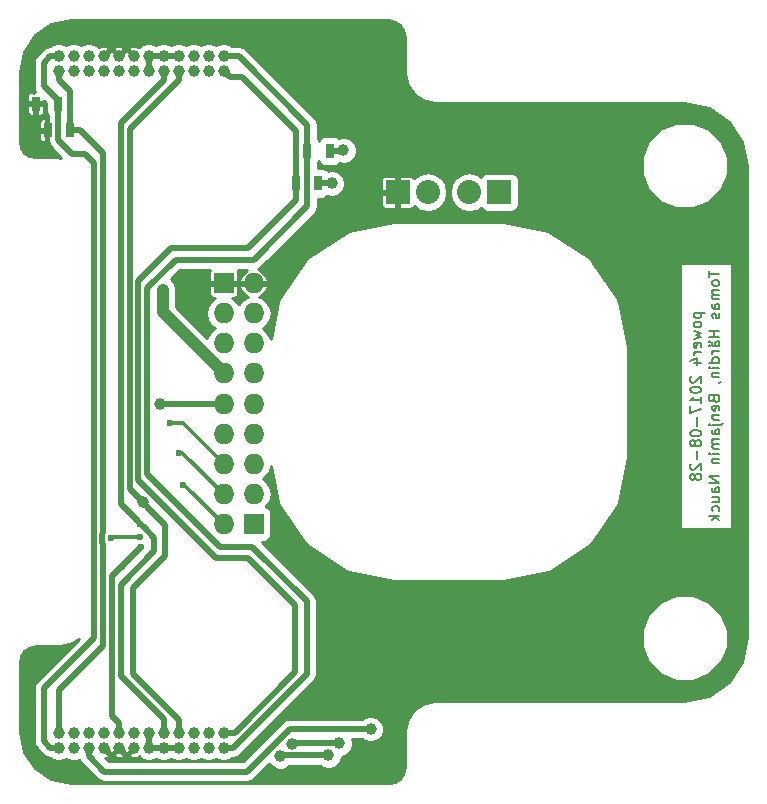
<source format=gbl>
G04 #@! TF.FileFunction,Copper,L2,Bot,Signal*
%FSLAX46Y46*%
G04 Gerber Fmt 4.6, Leading zero omitted, Abs format (unit mm)*
G04 Created by KiCad (PCBNEW 4.0.6+dfsg1-1) date Mon Aug 28 12:32:08 2017*
%MOMM*%
%LPD*%
G01*
G04 APERTURE LIST*
%ADD10C,0.100000*%
%ADD11C,0.200000*%
%ADD12R,1.727200X1.727200*%
%ADD13O,1.727200X1.727200*%
%ADD14R,2.032000X2.032000*%
%ADD15O,2.032000X2.032000*%
%ADD16C,1.000000*%
%ADD17R,0.700000X1.300000*%
%ADD18C,0.600000*%
%ADD19C,0.500000*%
%ADD20C,1.000000*%
%ADD21C,0.300000*%
%ADD22C,0.254000*%
G04 APERTURE END LIST*
D10*
D11*
X120782143Y-92449999D02*
X121682143Y-92449999D01*
X120825000Y-92449999D02*
X120782143Y-92535713D01*
X120782143Y-92707142D01*
X120825000Y-92792856D01*
X120867857Y-92835713D01*
X120953571Y-92878570D01*
X121210714Y-92878570D01*
X121296429Y-92835713D01*
X121339286Y-92792856D01*
X121382143Y-92707142D01*
X121382143Y-92535713D01*
X121339286Y-92449999D01*
X121382143Y-93392856D02*
X121339286Y-93307142D01*
X121296429Y-93264285D01*
X121210714Y-93221428D01*
X120953571Y-93221428D01*
X120867857Y-93264285D01*
X120825000Y-93307142D01*
X120782143Y-93392856D01*
X120782143Y-93521428D01*
X120825000Y-93607142D01*
X120867857Y-93649999D01*
X120953571Y-93692856D01*
X121210714Y-93692856D01*
X121296429Y-93649999D01*
X121339286Y-93607142D01*
X121382143Y-93521428D01*
X121382143Y-93392856D01*
X120782143Y-93992856D02*
X121382143Y-94164285D01*
X120953571Y-94335714D01*
X121382143Y-94507142D01*
X120782143Y-94678571D01*
X121339286Y-95364285D02*
X121382143Y-95278571D01*
X121382143Y-95107142D01*
X121339286Y-95021428D01*
X121253571Y-94978571D01*
X120910714Y-94978571D01*
X120825000Y-95021428D01*
X120782143Y-95107142D01*
X120782143Y-95278571D01*
X120825000Y-95364285D01*
X120910714Y-95407142D01*
X120996429Y-95407142D01*
X121082143Y-94978571D01*
X121382143Y-95792857D02*
X120782143Y-95792857D01*
X120953571Y-95792857D02*
X120867857Y-95835714D01*
X120825000Y-95878571D01*
X120782143Y-95964285D01*
X120782143Y-96050000D01*
X120782143Y-96735714D02*
X121382143Y-96735714D01*
X120439286Y-96521428D02*
X121082143Y-96307143D01*
X121082143Y-96864285D01*
X120567857Y-97850000D02*
X120525000Y-97892857D01*
X120482143Y-97978571D01*
X120482143Y-98192857D01*
X120525000Y-98278571D01*
X120567857Y-98321428D01*
X120653571Y-98364285D01*
X120739286Y-98364285D01*
X120867857Y-98321428D01*
X121382143Y-97807142D01*
X121382143Y-98364285D01*
X120482143Y-98921428D02*
X120482143Y-99007143D01*
X120525000Y-99092857D01*
X120567857Y-99135714D01*
X120653571Y-99178571D01*
X120825000Y-99221428D01*
X121039286Y-99221428D01*
X121210714Y-99178571D01*
X121296429Y-99135714D01*
X121339286Y-99092857D01*
X121382143Y-99007143D01*
X121382143Y-98921428D01*
X121339286Y-98835714D01*
X121296429Y-98792857D01*
X121210714Y-98750000D01*
X121039286Y-98707143D01*
X120825000Y-98707143D01*
X120653571Y-98750000D01*
X120567857Y-98792857D01*
X120525000Y-98835714D01*
X120482143Y-98921428D01*
X121382143Y-100078571D02*
X121382143Y-99564286D01*
X121382143Y-99821428D02*
X120482143Y-99821428D01*
X120610714Y-99735714D01*
X120696429Y-99650000D01*
X120739286Y-99564286D01*
X120482143Y-100378571D02*
X120482143Y-100978571D01*
X121382143Y-100592857D01*
X121039286Y-101321429D02*
X121039286Y-102007143D01*
X120482143Y-102607143D02*
X120482143Y-102692858D01*
X120525000Y-102778572D01*
X120567857Y-102821429D01*
X120653571Y-102864286D01*
X120825000Y-102907143D01*
X121039286Y-102907143D01*
X121210714Y-102864286D01*
X121296429Y-102821429D01*
X121339286Y-102778572D01*
X121382143Y-102692858D01*
X121382143Y-102607143D01*
X121339286Y-102521429D01*
X121296429Y-102478572D01*
X121210714Y-102435715D01*
X121039286Y-102392858D01*
X120825000Y-102392858D01*
X120653571Y-102435715D01*
X120567857Y-102478572D01*
X120525000Y-102521429D01*
X120482143Y-102607143D01*
X120867857Y-103421429D02*
X120825000Y-103335715D01*
X120782143Y-103292858D01*
X120696429Y-103250001D01*
X120653571Y-103250001D01*
X120567857Y-103292858D01*
X120525000Y-103335715D01*
X120482143Y-103421429D01*
X120482143Y-103592858D01*
X120525000Y-103678572D01*
X120567857Y-103721429D01*
X120653571Y-103764286D01*
X120696429Y-103764286D01*
X120782143Y-103721429D01*
X120825000Y-103678572D01*
X120867857Y-103592858D01*
X120867857Y-103421429D01*
X120910714Y-103335715D01*
X120953571Y-103292858D01*
X121039286Y-103250001D01*
X121210714Y-103250001D01*
X121296429Y-103292858D01*
X121339286Y-103335715D01*
X121382143Y-103421429D01*
X121382143Y-103592858D01*
X121339286Y-103678572D01*
X121296429Y-103721429D01*
X121210714Y-103764286D01*
X121039286Y-103764286D01*
X120953571Y-103721429D01*
X120910714Y-103678572D01*
X120867857Y-103592858D01*
X121039286Y-104150001D02*
X121039286Y-104835715D01*
X120567857Y-105221430D02*
X120525000Y-105264287D01*
X120482143Y-105350001D01*
X120482143Y-105564287D01*
X120525000Y-105650001D01*
X120567857Y-105692858D01*
X120653571Y-105735715D01*
X120739286Y-105735715D01*
X120867857Y-105692858D01*
X121382143Y-105178572D01*
X121382143Y-105735715D01*
X120867857Y-106250001D02*
X120825000Y-106164287D01*
X120782143Y-106121430D01*
X120696429Y-106078573D01*
X120653571Y-106078573D01*
X120567857Y-106121430D01*
X120525000Y-106164287D01*
X120482143Y-106250001D01*
X120482143Y-106421430D01*
X120525000Y-106507144D01*
X120567857Y-106550001D01*
X120653571Y-106592858D01*
X120696429Y-106592858D01*
X120782143Y-106550001D01*
X120825000Y-106507144D01*
X120867857Y-106421430D01*
X120867857Y-106250001D01*
X120910714Y-106164287D01*
X120953571Y-106121430D01*
X121039286Y-106078573D01*
X121210714Y-106078573D01*
X121296429Y-106121430D01*
X121339286Y-106164287D01*
X121382143Y-106250001D01*
X121382143Y-106421430D01*
X121339286Y-106507144D01*
X121296429Y-106550001D01*
X121210714Y-106592858D01*
X121039286Y-106592858D01*
X120953571Y-106550001D01*
X120910714Y-106507144D01*
X120867857Y-106421430D01*
X122032143Y-88914286D02*
X122032143Y-89428572D01*
X122932143Y-89171429D02*
X122032143Y-89171429D01*
X122932143Y-89857143D02*
X122889286Y-89771429D01*
X122846429Y-89728572D01*
X122760714Y-89685715D01*
X122503571Y-89685715D01*
X122417857Y-89728572D01*
X122375000Y-89771429D01*
X122332143Y-89857143D01*
X122332143Y-89985715D01*
X122375000Y-90071429D01*
X122417857Y-90114286D01*
X122503571Y-90157143D01*
X122760714Y-90157143D01*
X122846429Y-90114286D01*
X122889286Y-90071429D01*
X122932143Y-89985715D01*
X122932143Y-89857143D01*
X122932143Y-90542858D02*
X122332143Y-90542858D01*
X122417857Y-90542858D02*
X122375000Y-90585715D01*
X122332143Y-90671429D01*
X122332143Y-90800001D01*
X122375000Y-90885715D01*
X122460714Y-90928572D01*
X122932143Y-90928572D01*
X122460714Y-90928572D02*
X122375000Y-90971429D01*
X122332143Y-91057143D01*
X122332143Y-91185715D01*
X122375000Y-91271429D01*
X122460714Y-91314286D01*
X122932143Y-91314286D01*
X122932143Y-92128572D02*
X122460714Y-92128572D01*
X122375000Y-92085715D01*
X122332143Y-92000001D01*
X122332143Y-91828572D01*
X122375000Y-91742858D01*
X122889286Y-92128572D02*
X122932143Y-92042858D01*
X122932143Y-91828572D01*
X122889286Y-91742858D01*
X122803571Y-91700001D01*
X122717857Y-91700001D01*
X122632143Y-91742858D01*
X122589286Y-91828572D01*
X122589286Y-92042858D01*
X122546429Y-92128572D01*
X122889286Y-92514287D02*
X122932143Y-92600001D01*
X122932143Y-92771429D01*
X122889286Y-92857144D01*
X122803571Y-92900001D01*
X122760714Y-92900001D01*
X122675000Y-92857144D01*
X122632143Y-92771429D01*
X122632143Y-92642858D01*
X122589286Y-92557144D01*
X122503571Y-92514287D01*
X122460714Y-92514287D01*
X122375000Y-92557144D01*
X122332143Y-92642858D01*
X122332143Y-92771429D01*
X122375000Y-92857144D01*
X122932143Y-93971429D02*
X122032143Y-93971429D01*
X122460714Y-93971429D02*
X122460714Y-94485714D01*
X122932143Y-94485714D02*
X122032143Y-94485714D01*
X122932143Y-95300000D02*
X122460714Y-95300000D01*
X122375000Y-95257143D01*
X122332143Y-95171429D01*
X122332143Y-95000000D01*
X122375000Y-94914286D01*
X122889286Y-95300000D02*
X122932143Y-95214286D01*
X122932143Y-95000000D01*
X122889286Y-94914286D01*
X122803571Y-94871429D01*
X122717857Y-94871429D01*
X122632143Y-94914286D01*
X122589286Y-95000000D01*
X122589286Y-95214286D01*
X122546429Y-95300000D01*
X122032143Y-94914286D02*
X122075000Y-94957143D01*
X122117857Y-94914286D01*
X122075000Y-94871429D01*
X122032143Y-94914286D01*
X122117857Y-94914286D01*
X122032143Y-95257143D02*
X122075000Y-95300000D01*
X122117857Y-95257143D01*
X122075000Y-95214286D01*
X122032143Y-95257143D01*
X122117857Y-95257143D01*
X122932143Y-95728572D02*
X122332143Y-95728572D01*
X122503571Y-95728572D02*
X122417857Y-95771429D01*
X122375000Y-95814286D01*
X122332143Y-95900000D01*
X122332143Y-95985715D01*
X122932143Y-96671429D02*
X122032143Y-96671429D01*
X122889286Y-96671429D02*
X122932143Y-96585715D01*
X122932143Y-96414286D01*
X122889286Y-96328572D01*
X122846429Y-96285715D01*
X122760714Y-96242858D01*
X122503571Y-96242858D01*
X122417857Y-96285715D01*
X122375000Y-96328572D01*
X122332143Y-96414286D01*
X122332143Y-96585715D01*
X122375000Y-96671429D01*
X122932143Y-97100001D02*
X122332143Y-97100001D01*
X122032143Y-97100001D02*
X122075000Y-97057144D01*
X122117857Y-97100001D01*
X122075000Y-97142858D01*
X122032143Y-97100001D01*
X122117857Y-97100001D01*
X122332143Y-97528572D02*
X122932143Y-97528572D01*
X122417857Y-97528572D02*
X122375000Y-97571429D01*
X122332143Y-97657143D01*
X122332143Y-97785715D01*
X122375000Y-97871429D01*
X122460714Y-97914286D01*
X122932143Y-97914286D01*
X122889286Y-98385715D02*
X122932143Y-98385715D01*
X123017857Y-98342858D01*
X123060714Y-98300001D01*
X122460714Y-99757143D02*
X122503571Y-99885714D01*
X122546429Y-99928571D01*
X122632143Y-99971428D01*
X122760714Y-99971428D01*
X122846429Y-99928571D01*
X122889286Y-99885714D01*
X122932143Y-99800000D01*
X122932143Y-99457143D01*
X122032143Y-99457143D01*
X122032143Y-99757143D01*
X122075000Y-99842857D01*
X122117857Y-99885714D01*
X122203571Y-99928571D01*
X122289286Y-99928571D01*
X122375000Y-99885714D01*
X122417857Y-99842857D01*
X122460714Y-99757143D01*
X122460714Y-99457143D01*
X122889286Y-100700000D02*
X122932143Y-100614286D01*
X122932143Y-100442857D01*
X122889286Y-100357143D01*
X122803571Y-100314286D01*
X122460714Y-100314286D01*
X122375000Y-100357143D01*
X122332143Y-100442857D01*
X122332143Y-100614286D01*
X122375000Y-100700000D01*
X122460714Y-100742857D01*
X122546429Y-100742857D01*
X122632143Y-100314286D01*
X122332143Y-101128572D02*
X122932143Y-101128572D01*
X122417857Y-101128572D02*
X122375000Y-101171429D01*
X122332143Y-101257143D01*
X122332143Y-101385715D01*
X122375000Y-101471429D01*
X122460714Y-101514286D01*
X122932143Y-101514286D01*
X122332143Y-101942858D02*
X123103571Y-101942858D01*
X123189286Y-101900001D01*
X123232143Y-101814286D01*
X123232143Y-101771429D01*
X122032143Y-101942858D02*
X122075000Y-101900001D01*
X122117857Y-101942858D01*
X122075000Y-101985715D01*
X122032143Y-101942858D01*
X122117857Y-101942858D01*
X122932143Y-102757143D02*
X122460714Y-102757143D01*
X122375000Y-102714286D01*
X122332143Y-102628572D01*
X122332143Y-102457143D01*
X122375000Y-102371429D01*
X122889286Y-102757143D02*
X122932143Y-102671429D01*
X122932143Y-102457143D01*
X122889286Y-102371429D01*
X122803571Y-102328572D01*
X122717857Y-102328572D01*
X122632143Y-102371429D01*
X122589286Y-102457143D01*
X122589286Y-102671429D01*
X122546429Y-102757143D01*
X122932143Y-103185715D02*
X122332143Y-103185715D01*
X122417857Y-103185715D02*
X122375000Y-103228572D01*
X122332143Y-103314286D01*
X122332143Y-103442858D01*
X122375000Y-103528572D01*
X122460714Y-103571429D01*
X122932143Y-103571429D01*
X122460714Y-103571429D02*
X122375000Y-103614286D01*
X122332143Y-103700000D01*
X122332143Y-103828572D01*
X122375000Y-103914286D01*
X122460714Y-103957143D01*
X122932143Y-103957143D01*
X122932143Y-104385715D02*
X122332143Y-104385715D01*
X122032143Y-104385715D02*
X122075000Y-104342858D01*
X122117857Y-104385715D01*
X122075000Y-104428572D01*
X122032143Y-104385715D01*
X122117857Y-104385715D01*
X122332143Y-104814286D02*
X122932143Y-104814286D01*
X122417857Y-104814286D02*
X122375000Y-104857143D01*
X122332143Y-104942857D01*
X122332143Y-105071429D01*
X122375000Y-105157143D01*
X122460714Y-105200000D01*
X122932143Y-105200000D01*
X122932143Y-106314286D02*
X122032143Y-106314286D01*
X122932143Y-106828571D01*
X122032143Y-106828571D01*
X122932143Y-107642857D02*
X122460714Y-107642857D01*
X122375000Y-107600000D01*
X122332143Y-107514286D01*
X122332143Y-107342857D01*
X122375000Y-107257143D01*
X122889286Y-107642857D02*
X122932143Y-107557143D01*
X122932143Y-107342857D01*
X122889286Y-107257143D01*
X122803571Y-107214286D01*
X122717857Y-107214286D01*
X122632143Y-107257143D01*
X122589286Y-107342857D01*
X122589286Y-107557143D01*
X122546429Y-107642857D01*
X122332143Y-108457143D02*
X122932143Y-108457143D01*
X122332143Y-108071429D02*
X122803571Y-108071429D01*
X122889286Y-108114286D01*
X122932143Y-108200000D01*
X122932143Y-108328572D01*
X122889286Y-108414286D01*
X122846429Y-108457143D01*
X122889286Y-109271429D02*
X122932143Y-109185715D01*
X122932143Y-109014286D01*
X122889286Y-108928572D01*
X122846429Y-108885715D01*
X122760714Y-108842858D01*
X122503571Y-108842858D01*
X122417857Y-108885715D01*
X122375000Y-108928572D01*
X122332143Y-109014286D01*
X122332143Y-109185715D01*
X122375000Y-109271429D01*
X122932143Y-109657144D02*
X122032143Y-109657144D01*
X122589286Y-109742858D02*
X122932143Y-110000001D01*
X122332143Y-110000001D02*
X122675000Y-109657144D01*
D12*
X80960000Y-89960000D03*
D13*
X83500000Y-89960000D03*
X80960000Y-92500000D03*
X83500000Y-92500000D03*
X80960000Y-95040000D03*
X83500000Y-95040000D03*
X80960000Y-97580000D03*
X83500000Y-97580000D03*
D12*
X83500000Y-110330000D03*
D13*
X80960000Y-110330000D03*
X83500000Y-107790000D03*
X80960000Y-107790000D03*
X83500000Y-105250000D03*
X80960000Y-105250000D03*
X83500000Y-102710000D03*
X80960000Y-102710000D03*
X83500000Y-100170000D03*
X80960000Y-100170000D03*
D14*
X104290000Y-82250000D03*
D15*
X101750000Y-82250000D03*
D14*
X95710000Y-82250000D03*
D15*
X98250000Y-82250000D03*
D16*
X67000000Y-72000000D03*
X67000000Y-70730000D03*
X68270000Y-72000000D03*
X68270000Y-70730000D03*
X69540000Y-72000000D03*
X69540000Y-70730000D03*
X70810000Y-72000000D03*
X70810000Y-70730000D03*
X72080000Y-72000000D03*
X72080000Y-70730000D03*
X73350000Y-72000000D03*
X73350000Y-70730000D03*
X74620000Y-72000000D03*
X74620000Y-70730000D03*
X75890000Y-72000000D03*
X75890000Y-70730000D03*
X77160000Y-72000000D03*
X77160000Y-70730000D03*
X78430000Y-72000000D03*
X78430000Y-70730000D03*
X79700000Y-72000000D03*
X79700000Y-70730000D03*
X80970000Y-72000000D03*
X80970000Y-70730000D03*
X80970000Y-128000000D03*
X80970000Y-129270000D03*
X79700000Y-128000000D03*
X79700000Y-129270000D03*
X78430000Y-128000000D03*
X78430000Y-129270000D03*
X77160000Y-128000000D03*
X77160000Y-129270000D03*
X75890000Y-128000000D03*
X75890000Y-129270000D03*
X74620000Y-128000000D03*
X74620000Y-129270000D03*
X73350000Y-128000000D03*
X73350000Y-129270000D03*
X72080000Y-128000000D03*
X72080000Y-129270000D03*
X70810000Y-128000000D03*
X70810000Y-129270000D03*
X69540000Y-128000000D03*
X69540000Y-129270000D03*
X68270000Y-128000000D03*
X68270000Y-129270000D03*
X67000000Y-128000000D03*
X67000000Y-129270000D03*
D17*
X88050000Y-78750000D03*
X89950000Y-78750000D03*
X87050000Y-81500000D03*
X88950000Y-81500000D03*
X65050000Y-74750000D03*
X66950000Y-74750000D03*
X66050000Y-77000000D03*
X67950000Y-77000000D03*
D16*
X85750002Y-130000000D03*
X86750000Y-129000000D03*
X89828246Y-129928236D03*
X90749990Y-128900000D03*
X91100000Y-78700000D03*
X90100000Y-81500000D03*
X75800000Y-90500000D03*
D18*
X73900011Y-110300000D03*
X76400000Y-101800000D03*
D16*
X93400000Y-127700000D03*
D18*
X72350000Y-113950000D03*
X73950002Y-112300000D03*
X77500000Y-107000000D03*
X71400000Y-111550000D03*
X73900000Y-111400004D03*
X77199998Y-104300000D03*
D16*
X74100011Y-108500000D03*
X75600000Y-100200000D03*
D19*
X85821766Y-129928236D02*
X85750002Y-130000000D01*
X89828246Y-129928236D02*
X85821766Y-129928236D01*
X86850000Y-128900000D02*
X86750000Y-129000000D01*
X90749990Y-128900000D02*
X86850000Y-128900000D01*
X89950000Y-78750000D02*
X91050000Y-78750000D01*
X91050000Y-78750000D02*
X91100000Y-78700000D01*
X88950000Y-81500000D02*
X90100000Y-81500000D01*
X75890000Y-129270000D02*
X77160000Y-129270000D01*
X74620000Y-129270000D02*
X75890000Y-129270000D01*
X74620000Y-128000000D02*
X74620000Y-129270000D01*
X75890000Y-70730000D02*
X77160000Y-70730000D01*
X74620000Y-70730000D02*
X75890000Y-70730000D01*
X74620000Y-72000000D02*
X74620000Y-70730000D01*
D20*
X80960000Y-97580000D02*
X75800000Y-92420000D01*
X75800000Y-92420000D02*
X75800000Y-90500000D01*
D19*
X75890000Y-128000000D02*
X75890000Y-126890000D01*
X75890000Y-126890000D02*
X72250000Y-123250000D01*
X72250000Y-123250000D02*
X72250000Y-115500000D01*
X72250000Y-115500000D02*
X75100000Y-112650000D01*
X75100000Y-112650000D02*
X75100000Y-111499989D01*
X75100000Y-111499989D02*
X74200010Y-110599999D01*
X74200010Y-110599999D02*
X73900011Y-110300000D01*
X72250000Y-108649989D02*
X73600012Y-110000001D01*
X75890000Y-72000000D02*
X75890000Y-72707106D01*
X75890000Y-72707106D02*
X72250000Y-76347106D01*
X72250000Y-76347106D02*
X72250000Y-108649989D01*
X73600012Y-110000001D02*
X73900011Y-110300000D01*
D21*
X80960000Y-105250000D02*
X77510000Y-101800000D01*
X77510000Y-101800000D02*
X76824264Y-101800000D01*
X76824264Y-101800000D02*
X76400000Y-101800000D01*
D19*
X93400000Y-127700000D02*
X86550000Y-127700000D01*
X86550000Y-127700000D02*
X82950000Y-131300000D01*
X82950000Y-131300000D02*
X70862894Y-131300000D01*
X70862894Y-131300000D02*
X69540000Y-129977106D01*
X69540000Y-129977106D02*
X69540000Y-129270000D01*
X93300000Y-127700000D02*
X93400000Y-127700000D01*
X73650003Y-112599999D02*
X73950002Y-112300000D01*
X71500000Y-126600000D02*
X71500000Y-114750002D01*
X72080000Y-128000000D02*
X72080000Y-127180000D01*
X72080000Y-127180000D02*
X71500000Y-126600000D01*
X71500000Y-114750002D02*
X73650003Y-112599999D01*
D21*
X80960000Y-110330000D02*
X77630000Y-107000000D01*
X77630000Y-107000000D02*
X77500000Y-107000000D01*
X71549996Y-111400004D02*
X71400000Y-111550000D01*
X73900000Y-111400004D02*
X71549996Y-111400004D01*
X80960000Y-107790000D02*
X77470000Y-104300000D01*
X77470000Y-104300000D02*
X77199998Y-104300000D01*
D19*
X77160000Y-128000000D02*
X77160000Y-126910000D01*
X77160000Y-126910000D02*
X73300000Y-123050000D01*
X76000000Y-110399989D02*
X74600010Y-108999999D01*
X73300000Y-123050000D02*
X73300000Y-115750000D01*
X73300000Y-115750000D02*
X76000000Y-113050000D01*
X76000000Y-113050000D02*
X76000000Y-110399989D01*
X74600010Y-108999999D02*
X74100011Y-108500000D01*
X73000000Y-76867106D02*
X73000000Y-107399989D01*
X73000000Y-107399989D02*
X73600012Y-108000001D01*
X77160000Y-72707106D02*
X73000000Y-76867106D01*
X77160000Y-72000000D02*
X77160000Y-72707106D01*
X73600012Y-108000001D02*
X74100011Y-108500000D01*
X80960000Y-100170000D02*
X75630000Y-100170000D01*
X75630000Y-100170000D02*
X75600000Y-100200000D01*
X70750000Y-112010002D02*
X70750000Y-120650000D01*
X67000000Y-127292894D02*
X67000000Y-128000000D01*
X70649999Y-111189999D02*
X70649999Y-111910001D01*
X70750000Y-78950000D02*
X70750000Y-111089998D01*
X70750000Y-111089998D02*
X70649999Y-111189999D01*
X68800000Y-77000000D02*
X70750000Y-78950000D01*
X67950000Y-77000000D02*
X68800000Y-77000000D01*
X70750000Y-120650000D02*
X67000000Y-124400000D01*
X67000000Y-124400000D02*
X67000000Y-127292894D01*
X70649999Y-111910001D02*
X70750000Y-112010002D01*
X67000000Y-72707106D02*
X67950000Y-73657106D01*
X67950000Y-73657106D02*
X67950000Y-77000000D01*
X67000000Y-72000000D02*
X67000000Y-72707106D01*
X87050000Y-81500000D02*
X87050000Y-82950000D01*
X83000000Y-87000000D02*
X76500000Y-87000000D01*
X87000000Y-117200000D02*
X87000000Y-122900000D01*
X87050000Y-82950000D02*
X83000000Y-87000000D01*
X76500000Y-87000000D02*
X73750000Y-89750000D01*
X73750000Y-89750000D02*
X73750000Y-106650000D01*
X80350000Y-113250000D02*
X83050000Y-113250000D01*
X73750000Y-106650000D02*
X80350000Y-113250000D01*
X83050000Y-113250000D02*
X87000000Y-117200000D01*
X87000000Y-122900000D02*
X81900000Y-128000000D01*
X81900000Y-128000000D02*
X80970000Y-128000000D01*
X80970000Y-72000000D02*
X81469999Y-72499999D01*
X81469999Y-72499999D02*
X82499999Y-72499999D01*
X82499999Y-72499999D02*
X87050000Y-77050000D01*
X87050000Y-77050000D02*
X87050000Y-81500000D01*
X66292894Y-129270000D02*
X67000000Y-129270000D01*
X69949988Y-110900045D02*
X69949988Y-112199955D01*
X65750000Y-128727106D02*
X66292894Y-129270000D01*
X65750000Y-124250000D02*
X65750000Y-128727106D01*
X70000000Y-120000000D02*
X65750000Y-124250000D01*
X70000000Y-79750000D02*
X70000000Y-110850033D01*
X70000000Y-112249967D02*
X70000000Y-120000000D01*
X69949988Y-112199955D02*
X70000000Y-112249967D01*
X69250000Y-79000000D02*
X70000000Y-79750000D01*
X68139998Y-79000000D02*
X69250000Y-79000000D01*
X66950000Y-74750000D02*
X66950000Y-77810002D01*
X70000000Y-110850033D02*
X69949988Y-110900045D01*
X66950000Y-77810002D02*
X68139998Y-79000000D01*
X67000000Y-70730000D02*
X66292894Y-70730000D01*
X65750000Y-73250000D02*
X66950000Y-74450000D01*
X66292894Y-70730000D02*
X65750000Y-71272894D01*
X65750000Y-71272894D02*
X65750000Y-73250000D01*
X66950000Y-74450000D02*
X66950000Y-74750000D01*
X88050000Y-78750000D02*
X88050000Y-83450000D01*
X81730000Y-129270000D02*
X81677106Y-129270000D01*
X88050000Y-83450000D02*
X83500000Y-88000000D01*
X74500000Y-106100000D02*
X80650000Y-112250000D01*
X80650000Y-112250000D02*
X83350000Y-112250000D01*
X83500000Y-88000000D02*
X76893996Y-88000000D01*
X76893996Y-88000000D02*
X74500000Y-90393996D01*
X74500000Y-90393996D02*
X74500000Y-106100000D01*
X83350000Y-112250000D02*
X88000000Y-116900000D01*
X81677106Y-129270000D02*
X80970000Y-129270000D01*
X88000000Y-116900000D02*
X88000000Y-123000000D01*
X88000000Y-123000000D02*
X81730000Y-129270000D01*
X80970000Y-70730000D02*
X82230000Y-70730000D01*
X82230000Y-70730000D02*
X88050000Y-76550000D01*
X88050000Y-76550000D02*
X88050000Y-78750000D01*
D22*
G36*
X95491460Y-67813510D02*
X95908100Y-68091900D01*
X96186490Y-68508541D01*
X96298000Y-69069139D01*
X96298000Y-72000000D01*
X96311489Y-72067813D01*
X96311489Y-72136953D01*
X96463730Y-72902320D01*
X96485496Y-72954867D01*
X96568549Y-73155377D01*
X97002094Y-73804224D01*
X97195776Y-73997906D01*
X97844623Y-74431451D01*
X98097680Y-74536270D01*
X98863046Y-74688511D01*
X98932187Y-74688511D01*
X99000000Y-74702000D01*
X119930861Y-74702000D01*
X122022194Y-75117992D01*
X123736527Y-76263473D01*
X124882008Y-77977806D01*
X125298000Y-80069139D01*
X125298000Y-119930861D01*
X124882008Y-122022194D01*
X123736527Y-123736527D01*
X122022194Y-124882008D01*
X119930861Y-125298000D01*
X99000000Y-125298000D01*
X98932187Y-125311489D01*
X98863046Y-125311489D01*
X98097680Y-125463730D01*
X97844623Y-125568549D01*
X97195776Y-126002094D01*
X97002094Y-126195776D01*
X96568549Y-126844623D01*
X96521885Y-126957281D01*
X96463730Y-127097680D01*
X96311489Y-127863047D01*
X96311489Y-127932187D01*
X96298000Y-128000000D01*
X96298000Y-130930861D01*
X96186490Y-131491459D01*
X95908100Y-131908100D01*
X95491460Y-132186490D01*
X94930861Y-132298000D01*
X68069139Y-132298000D01*
X66360490Y-131958129D01*
X64970580Y-131029420D01*
X64041871Y-129639509D01*
X63702000Y-127930861D01*
X63702000Y-122069139D01*
X63813510Y-121508540D01*
X64091900Y-121091900D01*
X64508541Y-120813510D01*
X65069139Y-120702000D01*
X67000000Y-120702000D01*
X67067813Y-120688511D01*
X67136953Y-120688511D01*
X67902320Y-120536270D01*
X67998601Y-120496389D01*
X68155377Y-120431451D01*
X68676459Y-120083275D01*
X65129867Y-123629867D01*
X64939758Y-123914387D01*
X64873000Y-124250000D01*
X64873000Y-128727106D01*
X64939758Y-129062719D01*
X65129867Y-129347239D01*
X65672761Y-129890133D01*
X65957281Y-130080242D01*
X66280600Y-130144555D01*
X66360772Y-130224867D01*
X66774842Y-130396804D01*
X67223191Y-130397195D01*
X67635502Y-130226831D01*
X68044842Y-130396804D01*
X68493191Y-130397195D01*
X68727319Y-130300455D01*
X68729758Y-130312719D01*
X68919867Y-130597239D01*
X70242759Y-131920130D01*
X70242761Y-131920133D01*
X70415731Y-132035707D01*
X70527281Y-132110242D01*
X70862894Y-132177001D01*
X70862899Y-132177000D01*
X82950000Y-132177000D01*
X83285613Y-132110242D01*
X83570133Y-131920133D01*
X84823338Y-130666928D01*
X85110774Y-130954867D01*
X85524844Y-131126804D01*
X85973193Y-131127195D01*
X86387562Y-130955981D01*
X86538571Y-130805236D01*
X89111287Y-130805236D01*
X89189018Y-130883103D01*
X89603088Y-131055040D01*
X90051437Y-131055431D01*
X90465806Y-130884217D01*
X90783113Y-130567464D01*
X90955050Y-130153394D01*
X90955160Y-130027179D01*
X90973181Y-130027195D01*
X91387550Y-129855981D01*
X91704857Y-129539228D01*
X91876794Y-129125158D01*
X91877185Y-128676809D01*
X91835945Y-128577000D01*
X92683041Y-128577000D01*
X92760772Y-128654867D01*
X93174842Y-128826804D01*
X93623191Y-128827195D01*
X94037560Y-128655981D01*
X94354867Y-128339228D01*
X94526804Y-127925158D01*
X94527195Y-127476809D01*
X94355981Y-127062440D01*
X94039228Y-126745133D01*
X93625158Y-126573196D01*
X93176809Y-126572805D01*
X92762440Y-126744019D01*
X92683321Y-126823000D01*
X86550005Y-126823000D01*
X86550000Y-126822999D01*
X86214387Y-126889758D01*
X85929867Y-127079867D01*
X82586734Y-130423000D01*
X71226159Y-130423000D01*
X70941255Y-130138096D01*
X71073899Y-130124353D01*
X71227513Y-130060723D01*
X71278660Y-129918265D01*
X71611340Y-129918265D01*
X71662487Y-130060723D01*
X71996864Y-130160308D01*
X72343899Y-130124353D01*
X72497513Y-130060723D01*
X72548660Y-129918265D01*
X72080000Y-129449605D01*
X71611340Y-129918265D01*
X71278660Y-129918265D01*
X70810000Y-129449605D01*
X70795858Y-129463748D01*
X70666944Y-129334834D01*
X70667057Y-129205053D01*
X70745166Y-129126944D01*
X70874947Y-129127057D01*
X71003748Y-129255858D01*
X70989605Y-129270000D01*
X71222427Y-129502822D01*
X71225647Y-129533899D01*
X71289277Y-129687513D01*
X71431735Y-129738660D01*
X71445000Y-129725395D01*
X71458265Y-129738660D01*
X71600723Y-129687513D01*
X71650704Y-129519691D01*
X71900395Y-129270000D01*
X71886253Y-129255858D01*
X72015166Y-129126944D01*
X72144947Y-129127057D01*
X72273748Y-129255858D01*
X72259605Y-129270000D01*
X72492427Y-129502822D01*
X72495647Y-129533899D01*
X72559277Y-129687513D01*
X72701735Y-129738660D01*
X72715000Y-129725395D01*
X72728265Y-129738660D01*
X72870723Y-129687513D01*
X72920704Y-129519691D01*
X73170395Y-129270000D01*
X73156253Y-129255858D01*
X73335858Y-129076253D01*
X73350000Y-129090395D01*
X73364143Y-129076253D01*
X73493056Y-129205166D01*
X73492943Y-129334947D01*
X73364143Y-129463748D01*
X73350000Y-129449605D01*
X72881340Y-129918265D01*
X72932487Y-130060723D01*
X73266864Y-130160308D01*
X73613899Y-130124353D01*
X73767513Y-130060723D01*
X73780581Y-130024326D01*
X73980772Y-130224867D01*
X74394842Y-130396804D01*
X74843191Y-130397195D01*
X75255502Y-130226831D01*
X75664842Y-130396804D01*
X76113191Y-130397195D01*
X76525502Y-130226831D01*
X76934842Y-130396804D01*
X77383191Y-130397195D01*
X77795502Y-130226831D01*
X78204842Y-130396804D01*
X78653191Y-130397195D01*
X79065502Y-130226831D01*
X79474842Y-130396804D01*
X79923191Y-130397195D01*
X80335502Y-130226831D01*
X80744842Y-130396804D01*
X81193191Y-130397195D01*
X81607560Y-130225981D01*
X81686679Y-130147000D01*
X81730000Y-130147000D01*
X82065613Y-130080242D01*
X82350133Y-129890133D01*
X88620133Y-123620133D01*
X88810242Y-123335613D01*
X88877000Y-123000000D01*
X88877000Y-120718290D01*
X116372372Y-120718290D01*
X116923386Y-122051846D01*
X117942787Y-123073028D01*
X119275380Y-123626369D01*
X120718290Y-123627628D01*
X122051846Y-123076614D01*
X123073028Y-122057213D01*
X123626369Y-120724620D01*
X123627628Y-119281710D01*
X123076614Y-117948154D01*
X122057213Y-116926972D01*
X120724620Y-116373631D01*
X119281710Y-116372372D01*
X117948154Y-116923386D01*
X116926972Y-117942787D01*
X116373631Y-119275380D01*
X116372372Y-120718290D01*
X88877000Y-120718290D01*
X88877000Y-116900000D01*
X88810242Y-116564387D01*
X88620133Y-116279867D01*
X84173149Y-111832883D01*
X84363600Y-111832883D01*
X84595952Y-111789163D01*
X84809353Y-111651843D01*
X84952517Y-111442317D01*
X85002883Y-111193600D01*
X85002883Y-109466400D01*
X84959163Y-109234048D01*
X84821843Y-109020647D01*
X84612317Y-108877483D01*
X84551543Y-108865176D01*
X84583216Y-108844013D01*
X84906338Y-108360428D01*
X85019803Y-107790000D01*
X84906338Y-107219572D01*
X84583216Y-106735987D01*
X84259969Y-106520000D01*
X84583216Y-106304013D01*
X84906338Y-105820428D01*
X84976617Y-105467109D01*
X85572694Y-108463787D01*
X85677513Y-108716844D01*
X87845240Y-111961079D01*
X87951161Y-112066999D01*
X88038922Y-112154760D01*
X91283156Y-114322487D01*
X91536213Y-114427306D01*
X95363046Y-115188511D01*
X95432187Y-115188511D01*
X95500000Y-115202000D01*
X104500000Y-115202000D01*
X104567813Y-115188511D01*
X104636953Y-115188511D01*
X108463787Y-114427306D01*
X108716844Y-114322487D01*
X111961079Y-112154760D01*
X112154760Y-111961078D01*
X114322487Y-108716844D01*
X114427306Y-108463787D01*
X115188511Y-104636954D01*
X115188511Y-104567813D01*
X115202000Y-104500000D01*
X115202000Y-95500000D01*
X115188511Y-95432187D01*
X115188511Y-95363046D01*
X114427306Y-91536213D01*
X114394073Y-91455981D01*
X114322487Y-91283156D01*
X112263439Y-88201571D01*
X119618000Y-88201571D01*
X119618000Y-110798428D01*
X123972000Y-110798428D01*
X123972000Y-88201571D01*
X119618000Y-88201571D01*
X112263439Y-88201571D01*
X112154760Y-88038922D01*
X112115838Y-88000000D01*
X111961079Y-87845240D01*
X108716844Y-85677513D01*
X108463787Y-85572694D01*
X104636953Y-84811489D01*
X104567813Y-84811489D01*
X104500000Y-84798000D01*
X95500000Y-84798000D01*
X95432187Y-84811489D01*
X95363046Y-84811489D01*
X91536213Y-85572694D01*
X91283156Y-85677513D01*
X88038922Y-87845240D01*
X87845240Y-88038921D01*
X85677513Y-91283156D01*
X85605927Y-91455981D01*
X85572694Y-91536213D01*
X84947775Y-94677891D01*
X84906338Y-94469572D01*
X84583216Y-93985987D01*
X84259969Y-93770000D01*
X84583216Y-93554013D01*
X84906338Y-93070428D01*
X85019803Y-92500000D01*
X84906338Y-91929572D01*
X84583216Y-91445987D01*
X84099631Y-91122865D01*
X83952079Y-91093515D01*
X84253097Y-90945881D01*
X84573051Y-90582638D01*
X84699021Y-90278489D01*
X84639293Y-90087000D01*
X83627000Y-90087000D01*
X83627000Y-90107000D01*
X83373000Y-90107000D01*
X83373000Y-90087000D01*
X82360707Y-90087000D01*
X82300979Y-90278489D01*
X82426949Y-90582638D01*
X82746903Y-90945881D01*
X83047921Y-91093515D01*
X82900369Y-91122865D01*
X82416784Y-91445987D01*
X82230000Y-91725528D01*
X82043216Y-91445987D01*
X81675969Y-91200600D01*
X81898590Y-91200600D01*
X82037153Y-91143205D01*
X82143205Y-91037153D01*
X82200600Y-90898590D01*
X82200600Y-90181250D01*
X82106350Y-90087000D01*
X81087000Y-90087000D01*
X81087000Y-90107000D01*
X80833000Y-90107000D01*
X80833000Y-90087000D01*
X79813650Y-90087000D01*
X79719400Y-90181250D01*
X79719400Y-90898590D01*
X79776795Y-91037153D01*
X79882847Y-91143205D01*
X80021410Y-91200600D01*
X80244031Y-91200600D01*
X79876784Y-91445987D01*
X79553662Y-91929572D01*
X79440197Y-92500000D01*
X79553662Y-93070428D01*
X79876784Y-93554013D01*
X80200031Y-93770000D01*
X79876784Y-93985987D01*
X79553662Y-94469572D01*
X79535367Y-94561549D01*
X76927000Y-91953182D01*
X76927000Y-90500000D01*
X76927195Y-90276809D01*
X76755981Y-89862440D01*
X76514113Y-89620149D01*
X77257261Y-88877000D01*
X79782642Y-88877000D01*
X79776795Y-88882847D01*
X79719400Y-89021410D01*
X79719400Y-89738750D01*
X79813650Y-89833000D01*
X80833000Y-89833000D01*
X80833000Y-89813000D01*
X81087000Y-89813000D01*
X81087000Y-89833000D01*
X82106350Y-89833000D01*
X82200600Y-89738750D01*
X82200600Y-89021410D01*
X82143205Y-88882847D01*
X82137358Y-88877000D01*
X82944924Y-88877000D01*
X82746903Y-88974119D01*
X82426949Y-89337362D01*
X82300979Y-89641511D01*
X82360707Y-89833000D01*
X83373000Y-89833000D01*
X83373000Y-89813000D01*
X83627000Y-89813000D01*
X83627000Y-89833000D01*
X84639293Y-89833000D01*
X84699021Y-89641511D01*
X84573051Y-89337362D01*
X84253097Y-88974119D01*
X83870894Y-88786668D01*
X84120133Y-88620133D01*
X84120134Y-88620132D01*
X88670130Y-84070135D01*
X88670133Y-84070133D01*
X88860242Y-83785613D01*
X88865289Y-83760242D01*
X88927001Y-83450000D01*
X88927000Y-83449995D01*
X88927000Y-82789283D01*
X89300000Y-82789283D01*
X89532352Y-82745563D01*
X89745753Y-82608243D01*
X89764404Y-82580946D01*
X89874842Y-82626804D01*
X90323191Y-82627195D01*
X90700606Y-82471250D01*
X94317000Y-82471250D01*
X94317000Y-83340990D01*
X94374395Y-83479553D01*
X94480447Y-83585605D01*
X94619010Y-83643000D01*
X95488750Y-83643000D01*
X95583000Y-83548750D01*
X95583000Y-82377000D01*
X94411250Y-82377000D01*
X94317000Y-82471250D01*
X90700606Y-82471250D01*
X90737560Y-82455981D01*
X91054867Y-82139228D01*
X91226804Y-81725158D01*
X91227195Y-81276809D01*
X91178522Y-81159010D01*
X94317000Y-81159010D01*
X94317000Y-82028750D01*
X94411250Y-82123000D01*
X95583000Y-82123000D01*
X95583000Y-80951250D01*
X95837000Y-80951250D01*
X95837000Y-82123000D01*
X95857000Y-82123000D01*
X95857000Y-82377000D01*
X95837000Y-82377000D01*
X95837000Y-83548750D01*
X95931250Y-83643000D01*
X96800990Y-83643000D01*
X96939553Y-83585605D01*
X97045605Y-83479553D01*
X97071015Y-83418209D01*
X97088224Y-83443964D01*
X97621251Y-83800122D01*
X98250000Y-83925188D01*
X98878749Y-83800122D01*
X99411776Y-83443964D01*
X99767934Y-82910937D01*
X99893000Y-82282188D01*
X99893000Y-82217812D01*
X100107000Y-82217812D01*
X100107000Y-82282188D01*
X100232066Y-82910937D01*
X100588224Y-83443964D01*
X101121251Y-83800122D01*
X101750000Y-83925188D01*
X102378749Y-83800122D01*
X102724123Y-83569350D01*
X102815757Y-83711753D01*
X103025283Y-83854917D01*
X103274000Y-83905283D01*
X105306000Y-83905283D01*
X105538352Y-83861563D01*
X105751753Y-83724243D01*
X105894917Y-83514717D01*
X105945283Y-83266000D01*
X105945283Y-81234000D01*
X105901563Y-81001648D01*
X105764243Y-80788247D01*
X105661859Y-80718290D01*
X116372372Y-80718290D01*
X116923386Y-82051846D01*
X117942787Y-83073028D01*
X119275380Y-83626369D01*
X120718290Y-83627628D01*
X122051846Y-83076614D01*
X123073028Y-82057213D01*
X123626369Y-80724620D01*
X123627628Y-79281710D01*
X123076614Y-77948154D01*
X122057213Y-76926972D01*
X120724620Y-76373631D01*
X119281710Y-76372372D01*
X117948154Y-76923386D01*
X116926972Y-77942787D01*
X116373631Y-79275380D01*
X116372372Y-80718290D01*
X105661859Y-80718290D01*
X105554717Y-80645083D01*
X105306000Y-80594717D01*
X103274000Y-80594717D01*
X103041648Y-80638437D01*
X102828247Y-80775757D01*
X102722949Y-80929865D01*
X102378749Y-80699878D01*
X101750000Y-80574812D01*
X101121251Y-80699878D01*
X100588224Y-81056036D01*
X100232066Y-81589063D01*
X100107000Y-82217812D01*
X99893000Y-82217812D01*
X99767934Y-81589063D01*
X99411776Y-81056036D01*
X98878749Y-80699878D01*
X98250000Y-80574812D01*
X97621251Y-80699878D01*
X97088224Y-81056036D01*
X97071015Y-81081791D01*
X97045605Y-81020447D01*
X96939553Y-80914395D01*
X96800990Y-80857000D01*
X95931250Y-80857000D01*
X95837000Y-80951250D01*
X95583000Y-80951250D01*
X95488750Y-80857000D01*
X94619010Y-80857000D01*
X94480447Y-80914395D01*
X94374395Y-81020447D01*
X94317000Y-81159010D01*
X91178522Y-81159010D01*
X91055981Y-80862440D01*
X90739228Y-80545133D01*
X90325158Y-80373196D01*
X89876809Y-80372805D01*
X89767163Y-80418110D01*
X89758243Y-80404247D01*
X89548717Y-80261083D01*
X89300000Y-80210717D01*
X88927000Y-80210717D01*
X88927000Y-79739335D01*
X88988917Y-79648717D01*
X88998558Y-79601108D01*
X89004437Y-79632352D01*
X89141757Y-79845753D01*
X89351283Y-79988917D01*
X89600000Y-80039283D01*
X90300000Y-80039283D01*
X90532352Y-79995563D01*
X90745753Y-79858243D01*
X90791017Y-79791997D01*
X90874842Y-79826804D01*
X91323191Y-79827195D01*
X91737560Y-79655981D01*
X92054867Y-79339228D01*
X92226804Y-78925158D01*
X92227195Y-78476809D01*
X92055981Y-78062440D01*
X91739228Y-77745133D01*
X91325158Y-77573196D01*
X90876809Y-77572805D01*
X90728647Y-77634025D01*
X90548717Y-77511083D01*
X90300000Y-77460717D01*
X89600000Y-77460717D01*
X89367648Y-77504437D01*
X89154247Y-77641757D01*
X89011083Y-77851283D01*
X89001442Y-77898892D01*
X88995563Y-77867648D01*
X88927000Y-77761098D01*
X88927000Y-76550005D01*
X88927001Y-76550000D01*
X88860242Y-76214387D01*
X88670133Y-75929867D01*
X82850133Y-70109867D01*
X82565613Y-69919758D01*
X82230000Y-69853000D01*
X81686959Y-69853000D01*
X81609228Y-69775133D01*
X81195158Y-69603196D01*
X80746809Y-69602805D01*
X80334498Y-69773169D01*
X79925158Y-69603196D01*
X79476809Y-69602805D01*
X79064498Y-69773169D01*
X78655158Y-69603196D01*
X78206809Y-69602805D01*
X77794498Y-69773169D01*
X77385158Y-69603196D01*
X76936809Y-69602805D01*
X76524498Y-69773169D01*
X76115158Y-69603196D01*
X75666809Y-69602805D01*
X75254498Y-69773169D01*
X74845158Y-69603196D01*
X74396809Y-69602805D01*
X73982440Y-69774019D01*
X73780542Y-69975565D01*
X73767513Y-69939277D01*
X73433136Y-69839692D01*
X73086101Y-69875647D01*
X72932487Y-69939277D01*
X72881340Y-70081735D01*
X73350000Y-70550395D01*
X73364143Y-70536253D01*
X73493056Y-70665166D01*
X73492943Y-70794947D01*
X73364143Y-70923748D01*
X73350000Y-70909605D01*
X73335858Y-70923748D01*
X73156253Y-70744143D01*
X73170395Y-70730000D01*
X72937573Y-70497178D01*
X72934353Y-70466101D01*
X72870723Y-70312487D01*
X72728265Y-70261340D01*
X72715000Y-70274605D01*
X72701735Y-70261340D01*
X72559277Y-70312487D01*
X72509296Y-70480309D01*
X72259605Y-70730000D01*
X72273748Y-70744143D01*
X72144834Y-70873056D01*
X72015053Y-70872943D01*
X71886253Y-70744143D01*
X71900395Y-70730000D01*
X71667573Y-70497178D01*
X71664353Y-70466101D01*
X71600723Y-70312487D01*
X71458265Y-70261340D01*
X71445000Y-70274605D01*
X71431735Y-70261340D01*
X71289277Y-70312487D01*
X71239296Y-70480309D01*
X70989605Y-70730000D01*
X71003748Y-70744143D01*
X70874834Y-70873056D01*
X70745053Y-70872943D01*
X70666944Y-70794834D01*
X70667057Y-70665053D01*
X70795858Y-70536253D01*
X70810000Y-70550395D01*
X71278660Y-70081735D01*
X71611340Y-70081735D01*
X72080000Y-70550395D01*
X72548660Y-70081735D01*
X72497513Y-69939277D01*
X72163136Y-69839692D01*
X71816101Y-69875647D01*
X71662487Y-69939277D01*
X71611340Y-70081735D01*
X71278660Y-70081735D01*
X71227513Y-69939277D01*
X70893136Y-69839692D01*
X70546101Y-69875647D01*
X70392487Y-69939277D01*
X70379419Y-69975674D01*
X70179228Y-69775133D01*
X69765158Y-69603196D01*
X69316809Y-69602805D01*
X68904498Y-69773169D01*
X68495158Y-69603196D01*
X68046809Y-69602805D01*
X67634498Y-69773169D01*
X67225158Y-69603196D01*
X66776809Y-69602805D01*
X66362440Y-69774019D01*
X66280939Y-69855378D01*
X65957281Y-69919758D01*
X65672761Y-70109867D01*
X65129867Y-70652761D01*
X64939758Y-70937281D01*
X64873000Y-71272894D01*
X64873000Y-73250000D01*
X64939758Y-73585613D01*
X65031556Y-73723000D01*
X64922998Y-73723000D01*
X64922998Y-73817248D01*
X64828750Y-73723000D01*
X64625010Y-73723000D01*
X64486447Y-73780395D01*
X64380395Y-73886447D01*
X64323000Y-74025010D01*
X64323000Y-74528750D01*
X64417250Y-74623000D01*
X64923000Y-74623000D01*
X64923000Y-74603000D01*
X65177000Y-74603000D01*
X65177000Y-74623000D01*
X65682750Y-74623000D01*
X65777000Y-74528750D01*
X65777000Y-74517265D01*
X65960717Y-74700982D01*
X65960717Y-75400000D01*
X66004437Y-75632352D01*
X66073000Y-75738902D01*
X66073000Y-77810002D01*
X66139758Y-78145615D01*
X66329867Y-78430135D01*
X67229663Y-79329930D01*
X67136953Y-79311489D01*
X67067813Y-79311489D01*
X67000000Y-79298000D01*
X65069139Y-79298000D01*
X64508541Y-79186490D01*
X64091900Y-78908100D01*
X63813510Y-78491460D01*
X63702000Y-77930861D01*
X63702000Y-77221250D01*
X65323000Y-77221250D01*
X65323000Y-77724990D01*
X65380395Y-77863553D01*
X65486447Y-77969605D01*
X65625010Y-78027000D01*
X65828750Y-78027000D01*
X65923000Y-77932750D01*
X65923000Y-77127000D01*
X65417250Y-77127000D01*
X65323000Y-77221250D01*
X63702000Y-77221250D01*
X63702000Y-76275010D01*
X65323000Y-76275010D01*
X65323000Y-76778750D01*
X65417250Y-76873000D01*
X65923000Y-76873000D01*
X65923000Y-76067250D01*
X65828750Y-75973000D01*
X65625010Y-75973000D01*
X65486447Y-76030395D01*
X65380395Y-76136447D01*
X65323000Y-76275010D01*
X63702000Y-76275010D01*
X63702000Y-74971250D01*
X64323000Y-74971250D01*
X64323000Y-75474990D01*
X64380395Y-75613553D01*
X64486447Y-75719605D01*
X64625010Y-75777000D01*
X64828750Y-75777000D01*
X64923000Y-75682750D01*
X64923000Y-74877000D01*
X65177000Y-74877000D01*
X65177000Y-75682750D01*
X65271250Y-75777000D01*
X65474990Y-75777000D01*
X65613553Y-75719605D01*
X65719605Y-75613553D01*
X65777000Y-75474990D01*
X65777000Y-74971250D01*
X65682750Y-74877000D01*
X65177000Y-74877000D01*
X64923000Y-74877000D01*
X64417250Y-74877000D01*
X64323000Y-74971250D01*
X63702000Y-74971250D01*
X63702000Y-72069139D01*
X64041871Y-70360491D01*
X64970580Y-68970580D01*
X66360490Y-68041871D01*
X68069139Y-67702000D01*
X94930861Y-67702000D01*
X95491460Y-67813510D01*
X95491460Y-67813510D01*
G37*
X95491460Y-67813510D02*
X95908100Y-68091900D01*
X96186490Y-68508541D01*
X96298000Y-69069139D01*
X96298000Y-72000000D01*
X96311489Y-72067813D01*
X96311489Y-72136953D01*
X96463730Y-72902320D01*
X96485496Y-72954867D01*
X96568549Y-73155377D01*
X97002094Y-73804224D01*
X97195776Y-73997906D01*
X97844623Y-74431451D01*
X98097680Y-74536270D01*
X98863046Y-74688511D01*
X98932187Y-74688511D01*
X99000000Y-74702000D01*
X119930861Y-74702000D01*
X122022194Y-75117992D01*
X123736527Y-76263473D01*
X124882008Y-77977806D01*
X125298000Y-80069139D01*
X125298000Y-119930861D01*
X124882008Y-122022194D01*
X123736527Y-123736527D01*
X122022194Y-124882008D01*
X119930861Y-125298000D01*
X99000000Y-125298000D01*
X98932187Y-125311489D01*
X98863046Y-125311489D01*
X98097680Y-125463730D01*
X97844623Y-125568549D01*
X97195776Y-126002094D01*
X97002094Y-126195776D01*
X96568549Y-126844623D01*
X96521885Y-126957281D01*
X96463730Y-127097680D01*
X96311489Y-127863047D01*
X96311489Y-127932187D01*
X96298000Y-128000000D01*
X96298000Y-130930861D01*
X96186490Y-131491459D01*
X95908100Y-131908100D01*
X95491460Y-132186490D01*
X94930861Y-132298000D01*
X68069139Y-132298000D01*
X66360490Y-131958129D01*
X64970580Y-131029420D01*
X64041871Y-129639509D01*
X63702000Y-127930861D01*
X63702000Y-122069139D01*
X63813510Y-121508540D01*
X64091900Y-121091900D01*
X64508541Y-120813510D01*
X65069139Y-120702000D01*
X67000000Y-120702000D01*
X67067813Y-120688511D01*
X67136953Y-120688511D01*
X67902320Y-120536270D01*
X67998601Y-120496389D01*
X68155377Y-120431451D01*
X68676459Y-120083275D01*
X65129867Y-123629867D01*
X64939758Y-123914387D01*
X64873000Y-124250000D01*
X64873000Y-128727106D01*
X64939758Y-129062719D01*
X65129867Y-129347239D01*
X65672761Y-129890133D01*
X65957281Y-130080242D01*
X66280600Y-130144555D01*
X66360772Y-130224867D01*
X66774842Y-130396804D01*
X67223191Y-130397195D01*
X67635502Y-130226831D01*
X68044842Y-130396804D01*
X68493191Y-130397195D01*
X68727319Y-130300455D01*
X68729758Y-130312719D01*
X68919867Y-130597239D01*
X70242759Y-131920130D01*
X70242761Y-131920133D01*
X70415731Y-132035707D01*
X70527281Y-132110242D01*
X70862894Y-132177001D01*
X70862899Y-132177000D01*
X82950000Y-132177000D01*
X83285613Y-132110242D01*
X83570133Y-131920133D01*
X84823338Y-130666928D01*
X85110774Y-130954867D01*
X85524844Y-131126804D01*
X85973193Y-131127195D01*
X86387562Y-130955981D01*
X86538571Y-130805236D01*
X89111287Y-130805236D01*
X89189018Y-130883103D01*
X89603088Y-131055040D01*
X90051437Y-131055431D01*
X90465806Y-130884217D01*
X90783113Y-130567464D01*
X90955050Y-130153394D01*
X90955160Y-130027179D01*
X90973181Y-130027195D01*
X91387550Y-129855981D01*
X91704857Y-129539228D01*
X91876794Y-129125158D01*
X91877185Y-128676809D01*
X91835945Y-128577000D01*
X92683041Y-128577000D01*
X92760772Y-128654867D01*
X93174842Y-128826804D01*
X93623191Y-128827195D01*
X94037560Y-128655981D01*
X94354867Y-128339228D01*
X94526804Y-127925158D01*
X94527195Y-127476809D01*
X94355981Y-127062440D01*
X94039228Y-126745133D01*
X93625158Y-126573196D01*
X93176809Y-126572805D01*
X92762440Y-126744019D01*
X92683321Y-126823000D01*
X86550005Y-126823000D01*
X86550000Y-126822999D01*
X86214387Y-126889758D01*
X85929867Y-127079867D01*
X82586734Y-130423000D01*
X71226159Y-130423000D01*
X70941255Y-130138096D01*
X71073899Y-130124353D01*
X71227513Y-130060723D01*
X71278660Y-129918265D01*
X71611340Y-129918265D01*
X71662487Y-130060723D01*
X71996864Y-130160308D01*
X72343899Y-130124353D01*
X72497513Y-130060723D01*
X72548660Y-129918265D01*
X72080000Y-129449605D01*
X71611340Y-129918265D01*
X71278660Y-129918265D01*
X70810000Y-129449605D01*
X70795858Y-129463748D01*
X70666944Y-129334834D01*
X70667057Y-129205053D01*
X70745166Y-129126944D01*
X70874947Y-129127057D01*
X71003748Y-129255858D01*
X70989605Y-129270000D01*
X71222427Y-129502822D01*
X71225647Y-129533899D01*
X71289277Y-129687513D01*
X71431735Y-129738660D01*
X71445000Y-129725395D01*
X71458265Y-129738660D01*
X71600723Y-129687513D01*
X71650704Y-129519691D01*
X71900395Y-129270000D01*
X71886253Y-129255858D01*
X72015166Y-129126944D01*
X72144947Y-129127057D01*
X72273748Y-129255858D01*
X72259605Y-129270000D01*
X72492427Y-129502822D01*
X72495647Y-129533899D01*
X72559277Y-129687513D01*
X72701735Y-129738660D01*
X72715000Y-129725395D01*
X72728265Y-129738660D01*
X72870723Y-129687513D01*
X72920704Y-129519691D01*
X73170395Y-129270000D01*
X73156253Y-129255858D01*
X73335858Y-129076253D01*
X73350000Y-129090395D01*
X73364143Y-129076253D01*
X73493056Y-129205166D01*
X73492943Y-129334947D01*
X73364143Y-129463748D01*
X73350000Y-129449605D01*
X72881340Y-129918265D01*
X72932487Y-130060723D01*
X73266864Y-130160308D01*
X73613899Y-130124353D01*
X73767513Y-130060723D01*
X73780581Y-130024326D01*
X73980772Y-130224867D01*
X74394842Y-130396804D01*
X74843191Y-130397195D01*
X75255502Y-130226831D01*
X75664842Y-130396804D01*
X76113191Y-130397195D01*
X76525502Y-130226831D01*
X76934842Y-130396804D01*
X77383191Y-130397195D01*
X77795502Y-130226831D01*
X78204842Y-130396804D01*
X78653191Y-130397195D01*
X79065502Y-130226831D01*
X79474842Y-130396804D01*
X79923191Y-130397195D01*
X80335502Y-130226831D01*
X80744842Y-130396804D01*
X81193191Y-130397195D01*
X81607560Y-130225981D01*
X81686679Y-130147000D01*
X81730000Y-130147000D01*
X82065613Y-130080242D01*
X82350133Y-129890133D01*
X88620133Y-123620133D01*
X88810242Y-123335613D01*
X88877000Y-123000000D01*
X88877000Y-120718290D01*
X116372372Y-120718290D01*
X116923386Y-122051846D01*
X117942787Y-123073028D01*
X119275380Y-123626369D01*
X120718290Y-123627628D01*
X122051846Y-123076614D01*
X123073028Y-122057213D01*
X123626369Y-120724620D01*
X123627628Y-119281710D01*
X123076614Y-117948154D01*
X122057213Y-116926972D01*
X120724620Y-116373631D01*
X119281710Y-116372372D01*
X117948154Y-116923386D01*
X116926972Y-117942787D01*
X116373631Y-119275380D01*
X116372372Y-120718290D01*
X88877000Y-120718290D01*
X88877000Y-116900000D01*
X88810242Y-116564387D01*
X88620133Y-116279867D01*
X84173149Y-111832883D01*
X84363600Y-111832883D01*
X84595952Y-111789163D01*
X84809353Y-111651843D01*
X84952517Y-111442317D01*
X85002883Y-111193600D01*
X85002883Y-109466400D01*
X84959163Y-109234048D01*
X84821843Y-109020647D01*
X84612317Y-108877483D01*
X84551543Y-108865176D01*
X84583216Y-108844013D01*
X84906338Y-108360428D01*
X85019803Y-107790000D01*
X84906338Y-107219572D01*
X84583216Y-106735987D01*
X84259969Y-106520000D01*
X84583216Y-106304013D01*
X84906338Y-105820428D01*
X84976617Y-105467109D01*
X85572694Y-108463787D01*
X85677513Y-108716844D01*
X87845240Y-111961079D01*
X87951161Y-112066999D01*
X88038922Y-112154760D01*
X91283156Y-114322487D01*
X91536213Y-114427306D01*
X95363046Y-115188511D01*
X95432187Y-115188511D01*
X95500000Y-115202000D01*
X104500000Y-115202000D01*
X104567813Y-115188511D01*
X104636953Y-115188511D01*
X108463787Y-114427306D01*
X108716844Y-114322487D01*
X111961079Y-112154760D01*
X112154760Y-111961078D01*
X114322487Y-108716844D01*
X114427306Y-108463787D01*
X115188511Y-104636954D01*
X115188511Y-104567813D01*
X115202000Y-104500000D01*
X115202000Y-95500000D01*
X115188511Y-95432187D01*
X115188511Y-95363046D01*
X114427306Y-91536213D01*
X114394073Y-91455981D01*
X114322487Y-91283156D01*
X112263439Y-88201571D01*
X119618000Y-88201571D01*
X119618000Y-110798428D01*
X123972000Y-110798428D01*
X123972000Y-88201571D01*
X119618000Y-88201571D01*
X112263439Y-88201571D01*
X112154760Y-88038922D01*
X112115838Y-88000000D01*
X111961079Y-87845240D01*
X108716844Y-85677513D01*
X108463787Y-85572694D01*
X104636953Y-84811489D01*
X104567813Y-84811489D01*
X104500000Y-84798000D01*
X95500000Y-84798000D01*
X95432187Y-84811489D01*
X95363046Y-84811489D01*
X91536213Y-85572694D01*
X91283156Y-85677513D01*
X88038922Y-87845240D01*
X87845240Y-88038921D01*
X85677513Y-91283156D01*
X85605927Y-91455981D01*
X85572694Y-91536213D01*
X84947775Y-94677891D01*
X84906338Y-94469572D01*
X84583216Y-93985987D01*
X84259969Y-93770000D01*
X84583216Y-93554013D01*
X84906338Y-93070428D01*
X85019803Y-92500000D01*
X84906338Y-91929572D01*
X84583216Y-91445987D01*
X84099631Y-91122865D01*
X83952079Y-91093515D01*
X84253097Y-90945881D01*
X84573051Y-90582638D01*
X84699021Y-90278489D01*
X84639293Y-90087000D01*
X83627000Y-90087000D01*
X83627000Y-90107000D01*
X83373000Y-90107000D01*
X83373000Y-90087000D01*
X82360707Y-90087000D01*
X82300979Y-90278489D01*
X82426949Y-90582638D01*
X82746903Y-90945881D01*
X83047921Y-91093515D01*
X82900369Y-91122865D01*
X82416784Y-91445987D01*
X82230000Y-91725528D01*
X82043216Y-91445987D01*
X81675969Y-91200600D01*
X81898590Y-91200600D01*
X82037153Y-91143205D01*
X82143205Y-91037153D01*
X82200600Y-90898590D01*
X82200600Y-90181250D01*
X82106350Y-90087000D01*
X81087000Y-90087000D01*
X81087000Y-90107000D01*
X80833000Y-90107000D01*
X80833000Y-90087000D01*
X79813650Y-90087000D01*
X79719400Y-90181250D01*
X79719400Y-90898590D01*
X79776795Y-91037153D01*
X79882847Y-91143205D01*
X80021410Y-91200600D01*
X80244031Y-91200600D01*
X79876784Y-91445987D01*
X79553662Y-91929572D01*
X79440197Y-92500000D01*
X79553662Y-93070428D01*
X79876784Y-93554013D01*
X80200031Y-93770000D01*
X79876784Y-93985987D01*
X79553662Y-94469572D01*
X79535367Y-94561549D01*
X76927000Y-91953182D01*
X76927000Y-90500000D01*
X76927195Y-90276809D01*
X76755981Y-89862440D01*
X76514113Y-89620149D01*
X77257261Y-88877000D01*
X79782642Y-88877000D01*
X79776795Y-88882847D01*
X79719400Y-89021410D01*
X79719400Y-89738750D01*
X79813650Y-89833000D01*
X80833000Y-89833000D01*
X80833000Y-89813000D01*
X81087000Y-89813000D01*
X81087000Y-89833000D01*
X82106350Y-89833000D01*
X82200600Y-89738750D01*
X82200600Y-89021410D01*
X82143205Y-88882847D01*
X82137358Y-88877000D01*
X82944924Y-88877000D01*
X82746903Y-88974119D01*
X82426949Y-89337362D01*
X82300979Y-89641511D01*
X82360707Y-89833000D01*
X83373000Y-89833000D01*
X83373000Y-89813000D01*
X83627000Y-89813000D01*
X83627000Y-89833000D01*
X84639293Y-89833000D01*
X84699021Y-89641511D01*
X84573051Y-89337362D01*
X84253097Y-88974119D01*
X83870894Y-88786668D01*
X84120133Y-88620133D01*
X84120134Y-88620132D01*
X88670130Y-84070135D01*
X88670133Y-84070133D01*
X88860242Y-83785613D01*
X88865289Y-83760242D01*
X88927001Y-83450000D01*
X88927000Y-83449995D01*
X88927000Y-82789283D01*
X89300000Y-82789283D01*
X89532352Y-82745563D01*
X89745753Y-82608243D01*
X89764404Y-82580946D01*
X89874842Y-82626804D01*
X90323191Y-82627195D01*
X90700606Y-82471250D01*
X94317000Y-82471250D01*
X94317000Y-83340990D01*
X94374395Y-83479553D01*
X94480447Y-83585605D01*
X94619010Y-83643000D01*
X95488750Y-83643000D01*
X95583000Y-83548750D01*
X95583000Y-82377000D01*
X94411250Y-82377000D01*
X94317000Y-82471250D01*
X90700606Y-82471250D01*
X90737560Y-82455981D01*
X91054867Y-82139228D01*
X91226804Y-81725158D01*
X91227195Y-81276809D01*
X91178522Y-81159010D01*
X94317000Y-81159010D01*
X94317000Y-82028750D01*
X94411250Y-82123000D01*
X95583000Y-82123000D01*
X95583000Y-80951250D01*
X95837000Y-80951250D01*
X95837000Y-82123000D01*
X95857000Y-82123000D01*
X95857000Y-82377000D01*
X95837000Y-82377000D01*
X95837000Y-83548750D01*
X95931250Y-83643000D01*
X96800990Y-83643000D01*
X96939553Y-83585605D01*
X97045605Y-83479553D01*
X97071015Y-83418209D01*
X97088224Y-83443964D01*
X97621251Y-83800122D01*
X98250000Y-83925188D01*
X98878749Y-83800122D01*
X99411776Y-83443964D01*
X99767934Y-82910937D01*
X99893000Y-82282188D01*
X99893000Y-82217812D01*
X100107000Y-82217812D01*
X100107000Y-82282188D01*
X100232066Y-82910937D01*
X100588224Y-83443964D01*
X101121251Y-83800122D01*
X101750000Y-83925188D01*
X102378749Y-83800122D01*
X102724123Y-83569350D01*
X102815757Y-83711753D01*
X103025283Y-83854917D01*
X103274000Y-83905283D01*
X105306000Y-83905283D01*
X105538352Y-83861563D01*
X105751753Y-83724243D01*
X105894917Y-83514717D01*
X105945283Y-83266000D01*
X105945283Y-81234000D01*
X105901563Y-81001648D01*
X105764243Y-80788247D01*
X105661859Y-80718290D01*
X116372372Y-80718290D01*
X116923386Y-82051846D01*
X117942787Y-83073028D01*
X119275380Y-83626369D01*
X120718290Y-83627628D01*
X122051846Y-83076614D01*
X123073028Y-82057213D01*
X123626369Y-80724620D01*
X123627628Y-79281710D01*
X123076614Y-77948154D01*
X122057213Y-76926972D01*
X120724620Y-76373631D01*
X119281710Y-76372372D01*
X117948154Y-76923386D01*
X116926972Y-77942787D01*
X116373631Y-79275380D01*
X116372372Y-80718290D01*
X105661859Y-80718290D01*
X105554717Y-80645083D01*
X105306000Y-80594717D01*
X103274000Y-80594717D01*
X103041648Y-80638437D01*
X102828247Y-80775757D01*
X102722949Y-80929865D01*
X102378749Y-80699878D01*
X101750000Y-80574812D01*
X101121251Y-80699878D01*
X100588224Y-81056036D01*
X100232066Y-81589063D01*
X100107000Y-82217812D01*
X99893000Y-82217812D01*
X99767934Y-81589063D01*
X99411776Y-81056036D01*
X98878749Y-80699878D01*
X98250000Y-80574812D01*
X97621251Y-80699878D01*
X97088224Y-81056036D01*
X97071015Y-81081791D01*
X97045605Y-81020447D01*
X96939553Y-80914395D01*
X96800990Y-80857000D01*
X95931250Y-80857000D01*
X95837000Y-80951250D01*
X95583000Y-80951250D01*
X95488750Y-80857000D01*
X94619010Y-80857000D01*
X94480447Y-80914395D01*
X94374395Y-81020447D01*
X94317000Y-81159010D01*
X91178522Y-81159010D01*
X91055981Y-80862440D01*
X90739228Y-80545133D01*
X90325158Y-80373196D01*
X89876809Y-80372805D01*
X89767163Y-80418110D01*
X89758243Y-80404247D01*
X89548717Y-80261083D01*
X89300000Y-80210717D01*
X88927000Y-80210717D01*
X88927000Y-79739335D01*
X88988917Y-79648717D01*
X88998558Y-79601108D01*
X89004437Y-79632352D01*
X89141757Y-79845753D01*
X89351283Y-79988917D01*
X89600000Y-80039283D01*
X90300000Y-80039283D01*
X90532352Y-79995563D01*
X90745753Y-79858243D01*
X90791017Y-79791997D01*
X90874842Y-79826804D01*
X91323191Y-79827195D01*
X91737560Y-79655981D01*
X92054867Y-79339228D01*
X92226804Y-78925158D01*
X92227195Y-78476809D01*
X92055981Y-78062440D01*
X91739228Y-77745133D01*
X91325158Y-77573196D01*
X90876809Y-77572805D01*
X90728647Y-77634025D01*
X90548717Y-77511083D01*
X90300000Y-77460717D01*
X89600000Y-77460717D01*
X89367648Y-77504437D01*
X89154247Y-77641757D01*
X89011083Y-77851283D01*
X89001442Y-77898892D01*
X88995563Y-77867648D01*
X88927000Y-77761098D01*
X88927000Y-76550005D01*
X88927001Y-76550000D01*
X88860242Y-76214387D01*
X88670133Y-75929867D01*
X82850133Y-70109867D01*
X82565613Y-69919758D01*
X82230000Y-69853000D01*
X81686959Y-69853000D01*
X81609228Y-69775133D01*
X81195158Y-69603196D01*
X80746809Y-69602805D01*
X80334498Y-69773169D01*
X79925158Y-69603196D01*
X79476809Y-69602805D01*
X79064498Y-69773169D01*
X78655158Y-69603196D01*
X78206809Y-69602805D01*
X77794498Y-69773169D01*
X77385158Y-69603196D01*
X76936809Y-69602805D01*
X76524498Y-69773169D01*
X76115158Y-69603196D01*
X75666809Y-69602805D01*
X75254498Y-69773169D01*
X74845158Y-69603196D01*
X74396809Y-69602805D01*
X73982440Y-69774019D01*
X73780542Y-69975565D01*
X73767513Y-69939277D01*
X73433136Y-69839692D01*
X73086101Y-69875647D01*
X72932487Y-69939277D01*
X72881340Y-70081735D01*
X73350000Y-70550395D01*
X73364143Y-70536253D01*
X73493056Y-70665166D01*
X73492943Y-70794947D01*
X73364143Y-70923748D01*
X73350000Y-70909605D01*
X73335858Y-70923748D01*
X73156253Y-70744143D01*
X73170395Y-70730000D01*
X72937573Y-70497178D01*
X72934353Y-70466101D01*
X72870723Y-70312487D01*
X72728265Y-70261340D01*
X72715000Y-70274605D01*
X72701735Y-70261340D01*
X72559277Y-70312487D01*
X72509296Y-70480309D01*
X72259605Y-70730000D01*
X72273748Y-70744143D01*
X72144834Y-70873056D01*
X72015053Y-70872943D01*
X71886253Y-70744143D01*
X71900395Y-70730000D01*
X71667573Y-70497178D01*
X71664353Y-70466101D01*
X71600723Y-70312487D01*
X71458265Y-70261340D01*
X71445000Y-70274605D01*
X71431735Y-70261340D01*
X71289277Y-70312487D01*
X71239296Y-70480309D01*
X70989605Y-70730000D01*
X71003748Y-70744143D01*
X70874834Y-70873056D01*
X70745053Y-70872943D01*
X70666944Y-70794834D01*
X70667057Y-70665053D01*
X70795858Y-70536253D01*
X70810000Y-70550395D01*
X71278660Y-70081735D01*
X71611340Y-70081735D01*
X72080000Y-70550395D01*
X72548660Y-70081735D01*
X72497513Y-69939277D01*
X72163136Y-69839692D01*
X71816101Y-69875647D01*
X71662487Y-69939277D01*
X71611340Y-70081735D01*
X71278660Y-70081735D01*
X71227513Y-69939277D01*
X70893136Y-69839692D01*
X70546101Y-69875647D01*
X70392487Y-69939277D01*
X70379419Y-69975674D01*
X70179228Y-69775133D01*
X69765158Y-69603196D01*
X69316809Y-69602805D01*
X68904498Y-69773169D01*
X68495158Y-69603196D01*
X68046809Y-69602805D01*
X67634498Y-69773169D01*
X67225158Y-69603196D01*
X66776809Y-69602805D01*
X66362440Y-69774019D01*
X66280939Y-69855378D01*
X65957281Y-69919758D01*
X65672761Y-70109867D01*
X65129867Y-70652761D01*
X64939758Y-70937281D01*
X64873000Y-71272894D01*
X64873000Y-73250000D01*
X64939758Y-73585613D01*
X65031556Y-73723000D01*
X64922998Y-73723000D01*
X64922998Y-73817248D01*
X64828750Y-73723000D01*
X64625010Y-73723000D01*
X64486447Y-73780395D01*
X64380395Y-73886447D01*
X64323000Y-74025010D01*
X64323000Y-74528750D01*
X64417250Y-74623000D01*
X64923000Y-74623000D01*
X64923000Y-74603000D01*
X65177000Y-74603000D01*
X65177000Y-74623000D01*
X65682750Y-74623000D01*
X65777000Y-74528750D01*
X65777000Y-74517265D01*
X65960717Y-74700982D01*
X65960717Y-75400000D01*
X66004437Y-75632352D01*
X66073000Y-75738902D01*
X66073000Y-77810002D01*
X66139758Y-78145615D01*
X66329867Y-78430135D01*
X67229663Y-79329930D01*
X67136953Y-79311489D01*
X67067813Y-79311489D01*
X67000000Y-79298000D01*
X65069139Y-79298000D01*
X64508541Y-79186490D01*
X64091900Y-78908100D01*
X63813510Y-78491460D01*
X63702000Y-77930861D01*
X63702000Y-77221250D01*
X65323000Y-77221250D01*
X65323000Y-77724990D01*
X65380395Y-77863553D01*
X65486447Y-77969605D01*
X65625010Y-78027000D01*
X65828750Y-78027000D01*
X65923000Y-77932750D01*
X65923000Y-77127000D01*
X65417250Y-77127000D01*
X65323000Y-77221250D01*
X63702000Y-77221250D01*
X63702000Y-76275010D01*
X65323000Y-76275010D01*
X65323000Y-76778750D01*
X65417250Y-76873000D01*
X65923000Y-76873000D01*
X65923000Y-76067250D01*
X65828750Y-75973000D01*
X65625010Y-75973000D01*
X65486447Y-76030395D01*
X65380395Y-76136447D01*
X65323000Y-76275010D01*
X63702000Y-76275010D01*
X63702000Y-74971250D01*
X64323000Y-74971250D01*
X64323000Y-75474990D01*
X64380395Y-75613553D01*
X64486447Y-75719605D01*
X64625010Y-75777000D01*
X64828750Y-75777000D01*
X64923000Y-75682750D01*
X64923000Y-74877000D01*
X65177000Y-74877000D01*
X65177000Y-75682750D01*
X65271250Y-75777000D01*
X65474990Y-75777000D01*
X65613553Y-75719605D01*
X65719605Y-75613553D01*
X65777000Y-75474990D01*
X65777000Y-74971250D01*
X65682750Y-74877000D01*
X65177000Y-74877000D01*
X64923000Y-74877000D01*
X64417250Y-74877000D01*
X64323000Y-74971250D01*
X63702000Y-74971250D01*
X63702000Y-72069139D01*
X64041871Y-70360491D01*
X64970580Y-68970580D01*
X66360490Y-68041871D01*
X68069139Y-67702000D01*
X94930861Y-67702000D01*
X95491460Y-67813510D01*
G36*
X73493056Y-127935166D02*
X73492943Y-128064947D01*
X73364143Y-128193748D01*
X73350000Y-128179605D01*
X73335858Y-128193748D01*
X73206944Y-128064834D01*
X73207057Y-127935053D01*
X73335858Y-127806253D01*
X73350000Y-127820395D01*
X73364143Y-127806253D01*
X73493056Y-127935166D01*
X73493056Y-127935166D01*
G37*
X73493056Y-127935166D02*
X73492943Y-128064947D01*
X73364143Y-128193748D01*
X73350000Y-128179605D01*
X73335858Y-128193748D01*
X73206944Y-128064834D01*
X73207057Y-127935053D01*
X73335858Y-127806253D01*
X73350000Y-127820395D01*
X73364143Y-127806253D01*
X73493056Y-127935166D01*
G36*
X73493056Y-71935166D02*
X73492943Y-72064947D01*
X73364143Y-72193748D01*
X73350000Y-72179605D01*
X73335858Y-72193748D01*
X73206944Y-72064834D01*
X73207057Y-71935053D01*
X73335858Y-71806253D01*
X73350000Y-71820395D01*
X73364143Y-71806253D01*
X73493056Y-71935166D01*
X73493056Y-71935166D01*
G37*
X73493056Y-71935166D02*
X73492943Y-72064947D01*
X73364143Y-72193748D01*
X73350000Y-72179605D01*
X73335858Y-72193748D01*
X73206944Y-72064834D01*
X73207057Y-71935053D01*
X73335858Y-71806253D01*
X73350000Y-71820395D01*
X73364143Y-71806253D01*
X73493056Y-71935166D01*
M02*

</source>
